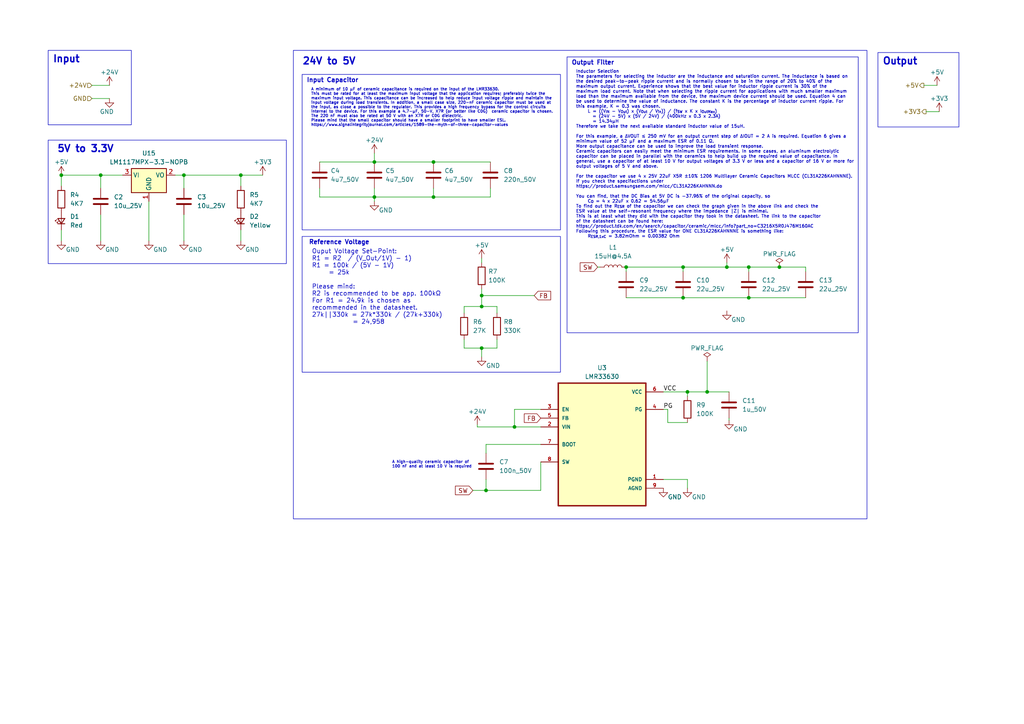
<source format=kicad_sch>
(kicad_sch (version 20231120) (generator "eeschema") (generator_version "8.0")
  (paper "A4")
  (lib_symbols
    (symbol "_C_0402:100n_50V" (pin_numbers hide) (pin_names (offset 0.254))
      (property "Reference" "C" (at 0.635 2.54 0))
      (property "Value" "100n_50V" (at 0.635 -2.54 0))
      (symbol "100n_50V_0_1"
        (polyline (pts (xy -2.032 -0.762) (xy 2.032 -0.762)) (stroke (width 0.508)))
        (polyline (pts (xy -2.032 0.762) (xy 2.032 0.762)) (stroke (width 0.508)))
      )
      (symbol "100n_50V_1_1"
        (pin passive line (at 0 3.81 270) (length 2.794) (name "~") (number "1"))
        (pin passive line (at 0 -3.81 90) (length 2.794) (name "~") (number "2"))
      )
    )
    (symbol "_C_0603:10u_25V" (pin_numbers hide) (pin_names (offset 0.254))
      (property "Reference" "C" (at 0.635 2.54 0))
      (property "Value" "10u_25V" (at 0.635 -2.54 0))
      (symbol "10u_25V_0_1"
        (polyline (pts (xy -2.032 -0.762) (xy 2.032 -0.762)) (stroke (width 0.508)))
        (polyline (pts (xy -2.032 0.762) (xy 2.032 0.762)) (stroke (width 0.508)))
      )
      (symbol "10u_25V_1_1"
        (pin passive line (at 0 3.81 270) (length 2.794) (name "~") (number "1"))
        (pin passive line (at 0 -3.81 90) (length 2.794) (name "~") (number "2"))
      )
    )
    (symbol "_C_0805:1u_50V" (pin_numbers hide) (pin_names (offset 0.254))
      (property "Reference" "C" (at 0.635 2.54 0))
      (property "Value" "1u_50V" (at 0.635 -2.54 0))
      (symbol "1u_50V_0_1"
        (polyline (pts (xy -2.032 -0.762) (xy 2.032 -0.762)) (stroke (width 0.508)))
        (polyline (pts (xy -2.032 0.762) (xy 2.032 0.762)) (stroke (width 0.508)))
      )
      (symbol "1u_50V_1_1"
        (pin passive line (at 0 3.81 270) (length 2.794) (name "~") (number "1"))
        (pin passive line (at 0 -3.81 90) (length 2.794) (name "~") (number "2"))
      )
    )
    (symbol "_C_0805:220n_50V" (pin_numbers hide) (pin_names (offset 0.254))
      (property "Reference" "C" (at 0.635 2.54 0))
      (property "Value" "220n_50V" (at 0.635 -2.54 0))
      (symbol "220n_50V_0_1"
        (polyline (pts (xy -2.032 -0.762) (xy 2.032 -0.762)) (stroke (width 0.508)))
        (polyline (pts (xy -2.032 0.762) (xy 2.032 0.762)) (stroke (width 0.508)))
      )
      (symbol "220n_50V_1_1"
        (pin passive line (at 0 3.81 270) (length 2.794) (name "~") (number "1"))
        (pin passive line (at 0 -3.81 90) (length 2.794) (name "~") (number "2"))
      )
    )
    (symbol "_C_1206:22u_25V" (pin_numbers hide) (pin_names (offset 0.254))
      (property "Reference" "C" (at 0.635 2.54 0))
      (property "Value" "22u_25V" (at 0.635 -2.54 0))
      (symbol "22u_25V_0_1"
        (polyline (pts (xy -2.032 -0.762) (xy 2.032 -0.762)) (stroke (width 0.508)))
        (polyline (pts (xy -2.032 0.762) (xy 2.032 0.762)) (stroke (width 0.508)))
      )
      (symbol "22u_25V_1_1"
        (pin passive line (at 0 3.81 270) (length 2.794) (name "~") (number "1"))
        (pin passive line (at 0 -3.81 90) (length 2.794) (name "~") (number "2"))
      )
    )
    (symbol "_C_1206:4u7_50V" (pin_numbers hide) (pin_names (offset 0.254))
      (property "Reference" "C" (at 0.635 2.54 0))
      (property "Value" "4u7_50V" (at 0.635 -2.54 0))
      (symbol "4u7_50V_0_1"
        (polyline (pts (xy -2.032 -0.762) (xy 2.032 -0.762)) (stroke (width 0.508)))
        (polyline (pts (xy -2.032 0.762) (xy 2.032 0.762)) (stroke (width 0.508)))
      )
      (symbol "4u7_50V_1_1"
        (pin passive line (at 0 3.81 270) (length 2.794) (name "~") (number "1"))
        (pin passive line (at 0 -3.81 90) (length 2.794) (name "~") (number "2"))
      )
    )
    (symbol "_LED:Red" (pin_numbers hide) (pin_names (offset 0.254) hide)
      (property "Reference" "D" (at -1.27 3.175 0))
      (property "Value" "Red" (at -4.445 -2.54 0))
      (symbol "Red_0_1"
        (polyline (pts (xy -0.762 -1.016) (xy -0.762 1.016)) (stroke (width 0.254)))
        (polyline (pts (xy 1.016 0) (xy -0.762 0)))
        (polyline (pts (xy 0.762 -1.016) (xy -0.762 0) (xy 0.762 1.016) (xy 0.762 -1.016)) (stroke (width 0.254)))
        (polyline (pts (xy 0 0.762) (xy -0.508 1.27) (xy -0.254 1.27) (xy -0.508 1.27) (xy -0.508 1.016)))
        (polyline (pts (xy 0.508 1.27) (xy 0 1.778) (xy 0.254 1.778) (xy 0 1.778) (xy 0 1.524)))
      )
      (symbol "Red_1_1"
        (pin passive line (at -2.54 0 0) (length 1.778) (name "K") (number "1"))
        (pin passive line (at 2.54 0 180) (length 1.778) (name "A") (number "2"))
      )
    )
    (symbol "_LED:Yellow" (pin_numbers hide) (pin_names (offset 0.254) hide)
      (property "Reference" "D" (at -1.27 3.175 0))
      (property "Value" "Yellow" (at -4.445 -2.54 0))
      (symbol "Yellow_0_1"
        (polyline (pts (xy -0.762 -1.016) (xy -0.762 1.016)) (stroke (width 0.254)))
        (polyline (pts (xy 1.016 0) (xy -0.762 0)))
        (polyline (pts (xy 0.762 -1.016) (xy -0.762 0) (xy 0.762 1.016) (xy 0.762 -1.016)) (stroke (width 0.254)))
        (polyline (pts (xy 0 0.762) (xy -0.508 1.27) (xy -0.254 1.27) (xy -0.508 1.27) (xy -0.508 1.016)))
        (polyline (pts (xy 0.508 1.27) (xy 0 1.778) (xy 0.254 1.778) (xy 0 1.778) (xy 0 1.524)))
      )
      (symbol "Yellow_1_1"
        (pin passive line (at -2.54 0 0) (length 1.778) (name "K") (number "1"))
        (pin passive line (at 2.54 0 180) (length 1.778) (name "A") (number "2"))
      )
    )
    (symbol "_L_Power:15uH@4.5A" (pin_numbers hide) (pin_names (offset 1.016) hide)
      (property "Reference" "L" (at -1.27 0 90))
      (property "Value" "15uH@4.5A" (at 1.905 0 90))
      (symbol "15uH@4.5A_0_1"
        (arc (start 0 -2.54) (mid 0.6323 -1.905) (end 0 -1.27))
        (arc (start 0 -1.27) (mid 0.6323 -0.635) (end 0 0))
        (arc (start 0 0) (mid 0.6323 0.635) (end 0 1.27))
        (arc (start 0 1.27) (mid 0.6323 1.905) (end 0 2.54))
      )
      (symbol "15uH@4.5A_1_1"
        (pin passive line (at 0 3.81 270) (length 1.27) (name "1") (number "1"))
        (pin passive line (at 0 -3.81 90) (length 1.27) (name "2") (number "2"))
      )
    )
    (symbol "_R_0402:100K" (pin_numbers hide) (pin_names (offset 0))
      (property "Reference" "R" (at 2.032 0 90))
      (property "Value" "100K" (at 0 0 90))
      (symbol "100K_0_1"
        (rectangle (start -1.016 -2.54) (end 1.016 2.54) (stroke (width 0.254)))
      )
      (symbol "100K_1_1"
        (pin passive line (at 0 3.81 270) (length 1.27) (name "~") (number "1"))
        (pin passive line (at 0 -3.81 90) (length 1.27) (name "~") (number "2"))
      )
    )
    (symbol "_R_0603:27K" (pin_numbers hide) (pin_names (offset 0))
      (property "Reference" "R" (at 2.032 0 90))
      (property "Value" "27K" (at 0 0 90))
      (symbol "27K_0_1"
        (rectangle (start -1.016 -2.54) (end 1.016 2.54) (stroke (width 0.254)))
      )
      (symbol "27K_1_1"
        (pin passive line (at 0 3.81 270) (length 1.27) (name "~") (number "1"))
        (pin passive line (at 0 -3.81 90) (length 1.27) (name "~") (number "2"))
      )
    )
    (symbol "_R_0603:330K" (pin_numbers hide) (pin_names (offset 0))
      (property "Reference" "R" (at 2.032 0 90))
      (property "Value" "330K" (at 0 0 90))
      (symbol "330K_0_1"
        (rectangle (start -1.016 -2.54) (end 1.016 2.54) (stroke (width 0.254)))
      )
      (symbol "330K_1_1"
        (pin passive line (at 0 3.81 270) (length 1.27) (name "~") (number "1"))
        (pin passive line (at 0 -3.81 90) (length 1.27) (name "~") (number "2"))
      )
    )
    (symbol "_R_0603:4K7" (pin_numbers hide) (pin_names (offset 0))
      (property "Reference" "R" (at 2.032 0 90))
      (property "Value" "4K7" (at 0 0 90))
      (symbol "4K7_0_1"
        (rectangle (start -1.016 -2.54) (end 1.016 2.54) (stroke (width 0.254)))
      )
      (symbol "4K7_1_1"
        (pin passive line (at 0 3.81 270) (length 1.27) (name "~") (number "1"))
        (pin passive line (at 0 -3.81 90) (length 1.27) (name "~") (number "2"))
      )
    )
    (symbol "_Regulator_Linear:LM1117MPX-3.3-NOPB"
      (property "Reference" "U" (at -3.81 3.175 0))
      (property "Value" "LM1117MPX-3.3-NOPB" (at 0 3.175 0))
      (symbol "LM1117MPX-3.3-NOPB_0_1"
        (rectangle (start -5.08 -5.08) (end 5.08 1.905) (stroke (width 0.254)) (fill (type background)))
      )
      (symbol "LM1117MPX-3.3-NOPB_1_1"
        (pin power_in line (at 0 -7.62 90) (length 2.54) (name "GND") (number "1"))
        (pin power_out line (at 7.62 0 180) (length 2.54) (name "VO") (number "2"))
        (pin power_in line (at -7.62 0 0) (length 2.54) (name "VI") (number "3"))
      )
    )
    (symbol "_Regulator_Switching:LMR33630" (pin_names (offset 1.016))
      (property "Reference" "U" (at -12.7 18.78 0))
      (property "Value" "LMR33630" (at -12.7 -21.78 0))
      (symbol "LMR33630_0_0"
        (rectangle (start -12.7 -17.78) (end 12.7 17.78) (stroke (width 0.41)) (fill (type background)))
        (pin power_in line (at 17.78 -10.16 180) (length 5.08) (name "PGND") (number "1"))
        (pin input line (at -17.78 5.08 0) (length 5.08) (name "VIN") (number "2"))
        (pin input line (at -17.78 10.16 0) (length 5.08) (name "EN") (number "3"))
        (pin output line (at 17.78 10.16 180) (length 5.08) (name "PG") (number "4"))
        (pin input line (at -17.78 7.62 0) (length 5.08) (name "FB") (number "5"))
        (pin power_in line (at 17.78 15.24 180) (length 5.08) (name "VCC") (number "6"))
        (pin bidirectional line (at -17.78 0 0) (length 5.08) (name "BOOT") (number "7"))
        (pin bidirectional line (at -17.78 -5.08 0) (length 5.08) (name "SW") (number "8"))
        (pin power_in line (at 17.78 -12.7 180) (length 5.08) (name "AGND") (number "9"))
      )
    )
    (symbol "power:+24V" (power) (pin_names (offset 0))
      (property "Value" "+24V" (at 0 3.556 0))
      (symbol "+24V_0_1"
        (polyline (pts (xy -0.762 1.27) (xy 0 2.54)))
        (polyline (pts (xy 0 0) (xy 0 2.54)))
        (polyline (pts (xy 0 2.54) (xy 0.762 1.27)))
      )
      (symbol "+24V_1_1"
        (pin power_in line (at 0 0 90) (length 0) hide (name "+24V") (number "1"))
      )
    )
    (symbol "power:+3V3" (power) (pin_names (offset 0))
      (property "Value" "+3V3" (at 0 3.556 0))
      (symbol "+3V3_0_1"
        (polyline (pts (xy -0.762 1.27) (xy 0 2.54)))
        (polyline (pts (xy 0 0) (xy 0 2.54)))
        (polyline (pts (xy 0 2.54) (xy 0.762 1.27)))
      )
      (symbol "+3V3_1_1"
        (pin power_in line (at 0 0 90) (length 0) hide (name "+3V3") (number "1"))
      )
    )
    (symbol "power:+5V" (power) (pin_names (offset 0))
      (property "Value" "+5V" (at 0 3.556 0))
      (symbol "+5V_0_1"
        (polyline (pts (xy -0.762 1.27) (xy 0 2.54)))
        (polyline (pts (xy 0 0) (xy 0 2.54)))
        (polyline (pts (xy 0 2.54) (xy 0.762 1.27)))
      )
      (symbol "+5V_1_1"
        (pin power_in line (at 0 0 90) (length 0) hide (name "+5V") (number "1"))
      )
    )
    (symbol "power:GND" (power) (pin_names (offset 0))
      (property "Value" "GND" (at 0 -3.81 0))
      (symbol "GND_0_1"
        (polyline (pts (xy 0 0) (xy 0 -1.27) (xy 1.27 -1.27) (xy 0 -2.54) (xy -1.27 -1.27) (xy 0 -1.27)))
      )
      (symbol "GND_1_1"
        (pin power_in line (at 0 0 270) (length 0) hide (name "GND") (number "1"))
      )
    )
    (symbol "power:PWR_FLAG" (power) (pin_numbers hide) (pin_names (offset 0) hide)
      (property "Value" "PWR_FLAG" (at 0 3.81 0))
      (symbol "PWR_FLAG_0_0"
        (pin power_out line (at 0 0 90) (length 0) (name "pwr") (number "1"))
      )
      (symbol "PWR_FLAG_0_1"
        (polyline (pts (xy 0 0) (xy 0 1.27) (xy -1.016 1.905) (xy 0 2.54) (xy 1.016 1.905) (xy 0 1.27)))
      )
    )
  )
  (junction (at 210.82 77.47))
  (junction (at 181.61 77.47))
  (junction (at 205.105 113.665))
  (junction (at 198.12 86.36))
  (junction (at 17.78 50.8))
  (junction (at 69.85 50.8))
  (junction (at 108.585 46.99))
  (junction (at 125.73 46.99))
  (junction (at 108.585 57.15))
  (junction (at 217.17 86.36))
  (junction (at 53.34 50.8))
  (junction (at 139.7 88.9))
  (junction (at 139.7 100.965))
  (junction (at 217.17 77.47))
  (junction (at 149.225 123.825))
  (junction (at 226.06 77.47))
  (junction (at 199.39 113.665))
  (junction (at 139.7 85.725))
  (junction (at 125.73 57.15))
  (junction (at 140.97 142.24))
  (junction (at 198.12 77.47))
  (junction (at 29.21 50.8))
  (wire (pts (xy 193.675 118.745) (xy 192.405 118.745)))
  (wire (pts (xy 92.71 54.61) (xy 92.71 57.15)))
  (wire (pts (xy 210.82 77.47) (xy 217.17 77.47)))
  (wire (pts (xy 199.39 139.065) (xy 199.39 141.605)))
  (wire (pts (xy 268.605 32.385) (xy 272.415 32.385)))
  (wire (pts (xy 139.7 83.82) (xy 139.7 85.725)))
  (wire (pts (xy 29.21 50.8) (xy 29.21 54.61)))
  (wire (pts (xy 233.68 77.47) (xy 226.06 77.47)))
  (wire (pts (xy 43.18 58.42) (xy 43.18 69.85)))
  (wire (pts (xy 233.68 86.36) (xy 217.17 86.36)))
  (wire (pts (xy 144.145 100.965) (xy 144.145 98.425)))
  (wire (pts (xy 173.355 77.47) (xy 173.99 77.47)))
  (wire (pts (xy 125.73 46.99) (xy 142.24 46.99)))
  (wire (pts (xy 267.97 24.765) (xy 271.78 24.765)))
  (wire (pts (xy 198.12 77.47) (xy 210.82 77.47)))
  (wire (pts (xy 50.8 50.8) (xy 53.34 50.8)))
  (wire (pts (xy 29.21 50.8) (xy 35.56 50.8)))
  (wire (pts (xy 181.61 77.47) (xy 181.61 78.74)))
  (wire (pts (xy 199.39 114.935) (xy 199.39 113.665)))
  (wire (pts (xy 140.97 139.065) (xy 140.97 142.24)))
  (wire (pts (xy 69.85 69.85) (xy 69.85 66.675)))
  (wire (pts (xy 181.61 77.47) (xy 198.12 77.47)))
  (wire (pts (xy 144.145 90.805) (xy 144.145 88.9)))
  (wire (pts (xy 92.71 57.15) (xy 108.585 57.15)))
  (wire (pts (xy 198.12 77.47) (xy 198.12 78.74)))
  (wire (pts (xy 53.34 50.8) (xy 53.34 54.61)))
  (wire (pts (xy 140.97 128.905) (xy 156.845 128.905)))
  (wire (pts (xy 69.85 50.8) (xy 69.85 53.975)))
  (wire (pts (xy 198.12 86.36) (xy 181.61 86.36)))
  (wire (pts (xy 217.17 77.47) (xy 217.17 78.74)))
  (wire (pts (xy 193.675 122.555) (xy 193.675 118.745)))
  (wire (pts (xy 134.62 88.9) (xy 139.7 88.9)))
  (wire (pts (xy 26.67 28.575) (xy 31.75 28.575)))
  (wire (pts (xy 140.97 128.905) (xy 140.97 131.445)))
  (wire (pts (xy 142.24 54.61) (xy 142.24 57.15)))
  (wire (pts (xy 134.62 90.805) (xy 134.62 88.9)))
  (wire (pts (xy 144.145 88.9) (xy 139.7 88.9)))
  (wire (pts (xy 53.34 50.8) (xy 69.85 50.8)))
  (wire (pts (xy 199.39 122.555) (xy 193.675 122.555)))
  (wire (pts (xy 217.17 77.47) (xy 226.06 77.47)))
  (wire (pts (xy 217.17 86.36) (xy 198.12 86.36)))
  (wire (pts (xy 211.455 121.285) (xy 211.455 121.92)))
  (wire (pts (xy 125.73 54.61) (xy 125.73 57.15)))
  (wire (pts (xy 139.7 100.965) (xy 139.7 103.505)))
  (wire (pts (xy 134.62 100.965) (xy 139.7 100.965)))
  (wire (pts (xy 29.21 62.23) (xy 29.21 69.85)))
  (wire (pts (xy 140.97 142.24) (xy 156.845 142.24)))
  (wire (pts (xy 149.225 118.745) (xy 156.845 118.745)))
  (wire (pts (xy 139.7 100.965) (xy 144.145 100.965)))
  (wire (pts (xy 233.68 77.47) (xy 233.68 78.74)))
  (wire (pts (xy 108.585 44.45) (xy 108.585 46.99)))
  (wire (pts (xy 125.73 57.15) (xy 142.24 57.15)))
  (wire (pts (xy 149.225 123.825) (xy 156.845 123.825)))
  (wire (pts (xy 69.85 50.8) (xy 76.2 50.8)))
  (wire (pts (xy 53.34 62.23) (xy 53.34 69.85)))
  (wire (pts (xy 139.7 85.725) (xy 154.94 85.725)))
  (wire (pts (xy 149.225 118.745) (xy 149.225 123.825)))
  (wire (pts (xy 108.585 54.61) (xy 108.585 57.15)))
  (wire (pts (xy 108.585 46.99) (xy 125.73 46.99)))
  (wire (pts (xy 17.78 50.8) (xy 17.78 53.975)))
  (wire (pts (xy 139.7 76.2) (xy 139.7 74.93)))
  (wire (pts (xy 92.71 46.99) (xy 108.585 46.99)))
  (wire (pts (xy 199.39 113.665) (xy 192.405 113.665)))
  (wire (pts (xy 134.62 98.425) (xy 134.62 100.965)))
  (wire (pts (xy 138.43 123.825) (xy 149.225 123.825)))
  (wire (pts (xy 108.585 57.15) (xy 108.585 58.42)))
  (wire (pts (xy 26.67 24.765) (xy 31.75 24.765)))
  (wire (pts (xy 205.105 113.665) (xy 211.455 113.665)))
  (wire (pts (xy 17.78 69.85) (xy 17.78 66.675)))
  (wire (pts (xy 205.105 104.775) (xy 205.105 113.665)))
  (wire (pts (xy 108.585 57.15) (xy 125.73 57.15)))
  (wire (pts (xy 137.16 142.24) (xy 140.97 142.24)))
  (wire (pts (xy 138.43 123.19) (xy 138.43 123.825)))
  (wire (pts (xy 192.405 139.065) (xy 199.39 139.065)))
  (wire (pts (xy 17.78 50.8) (xy 29.21 50.8)))
  (wire (pts (xy 210.82 76.2) (xy 210.82 77.47)))
  (wire (pts (xy 199.39 113.665) (xy 205.105 113.665)))
  (wire (pts (xy 139.7 88.9) (xy 139.7 85.725)))
  (wire (pts (xy 156.845 142.24) (xy 156.845 133.985)))
  (rectangle (start 13.97 14.605) (end 38.1 36.195))
  (rectangle (start 13.97 40.64) (end 83.058 76.454))
  (rectangle (start 85.09 14.605) (end 251.46 150.495))
  (rectangle (start 164.465 16.51) (end 248.92 96.52))
  (rectangle (start 254.635 15.24) (end 278.13 36.83))
  (rectangle (start 87.63 68.58) (end 162.56 107.95))
  (rectangle (start 87.63 21.59) (end 162.56 66.675))
  (text "A high-quality ceramic capacitor of\n100 nF and at least 10 V is required" (at 113.665 135.89 0) (effects (font (size 0.8 0.8)) (justify left bottom)))
  (text "Inductor Selection\nThe parameters for selecting the inductor are the inductance and saturation current. The inductance is based on\nthe desired peak-to-peak ripple current and is normally chosen to be in the range of 20% to 40% of the\nmaximum output current. Experience shows that the best value for inductor ripple current is 30% of the\nmaximum load current. Note that when selecting the ripple current for applications with much smaller maximum\nload than the maximum available from the device, the maximum device current should be used. Equation 4 can\nbe used to determine the value of inductance. The constant K is the percentage of inductor current ripple. For\nthis example, K = 0.3 was chosen.\n	L = ((V_{IN} - V_{Out}) x (V_{Out} / V_{in})) / (f_{SW} x K x I_{OutMax})\n	  = (24V - 5V) x (5V / 24V) / (400kHz x 0.3 x 2.3A)\n       = 14.34μH\nTherefore we take the next available standard inductor value of 15uH.\n\nFor this example, a ΔVOUT ≤ 250 mV for an output current step of ΔIOUT = 2 A is required. Equation 6 gives a\nminimum value of 52 μF and a maximum ESR of 0.11 Ω.\nMore output capacitance can be used to improve the load transient response.\nCeramic capacitors can easily meet the minimum ESR requirements. In some cases, an aluminum electrolytic\ncapacitor can be placed in parallel with the ceramics to help build up the required value of capacitance. In\ngeneral, use a capacitor of at least 10 V for output voltages of 3.3 V or less and a capacitor of 16 V or more for\noutput voltages of 5 V and above.\n\nFor the capacitor we use 4 x 25V 22uF X5R ±10% 1206 Multilayer Ceramic Capacitors MLCC (CL31A226KAHNNNE).\nIf you check the specifactions under\nhttps://product.samsungsem.com/mlcc/CL31A226KAHNNN.do\n\nYou can find, that the DC Bias at 5V DC is -37.96% of the original capacity, so\n	C_{O} = 4 x 22uF x 0.62 = 54.56μF\nTo find out the R_{ESR} of the capacitor we can check the graph given in the above link and check the\nESR value at the self-resonant frequency where the impedance |Z| is minimal.\nThis is at least what they did with the capacitor they took in the datasheet. The link to the capacitor\nof the datasheet can be found here:\nhttps://product.tdk.com/en/search/capacitor/ceramic/mlcc/info?part_no=C3216X5R0J476M160AC\nFollowing this procedure, the ESR value for ONE CL31A226KAHNNNE is something like:\n	R_{ESR,1xC} = 3.82mOhm = 0.00382 Ohm" (at 167.005 69.215 0) (effects (font (size 0.9 0.9)) (justify left bottom)))
  (text "Reference Voltage" (at 89.535 71.12 0) (effects (font (size 1.27 1.27) (thickness 0.254) (bold yes)) (justify left bottom)))
  (text "A minimum of 10 μF of ceramic capacitance is required on the input of the LMR33630.\nThis must be rated for at least the maximum input voltage that the application requires; preferably twice the\nmaximum input voltage. This capacitance can be increased to help reduce input voltage ripple and maintain the\ninput voltage during load transients. In addition, a small case size, 220-nF ceramic capacitor must be used at\nthe input, as close a possible to the regulator. This provides a high frequency bypass for the control circuits\ninternal to the device. For this example a 4.7-μF, 50-V, X7R (or better like C0G)  ceramic capacitor is chosen.\nThe 220 nF must also be rated at 50 V with an X7R or C0G dielectric.\nPlease mind that the small capacitor should have a smaller footprint to have smaller ESL.\nhttps://www.signalintegrityjournal.com/articles/1589-the-myth-of-three-capacitor-values" (at 90.17 36.83 0) (effects (font (size 0.8 0.8)) (justify left bottom)))
  (text "Input Capacitor" (at 88.9 24.13 0) (effects (font (size 1.27 1.27) (thickness 0.254) (bold yes)) (justify left bottom)))
  (text "Ouput Voltage Set-Point:\nR1 = R2  / (V_Out/1V) - 1)\nR1 = 100k / (5V - 1V)\n     = 25k\n\nPlease mind:\nR2 is recommended to be app. 100kΩ\nFor R1 = 24.9k is chosen as\nrecommended in the datasheet.\n27k||330k = 27k*330k / (27k+330k)\n		  = 24,958" (at 90.424 94.234 0) (effects (font (size 1.27 1.27)) (justify left bottom)))
  (text "5V to 3.3V" (at 16.51 44.45 0) (effects (font (size 2 2) (thickness 0.4) (bold yes)) (justify left bottom)))
  (text "Input" (at 15.24 18.415 0) (effects (font (size 2 2) (thickness 0.4) (bold yes)) (justify left bottom)))
  (text "Output Filter" (at 165.735 19.05 0) (effects (font (size 1.27 1.27) (thickness 0.254) (bold yes)) (justify left bottom)))
  (text "Output" (at 255.905 19.05 0) (effects (font (size 2 2) (thickness 0.4) (bold yes)) (justify left bottom)))
  (text "24V to 5V" (at 87.63 19.05 0) (effects (font (size 2 2) (thickness 0.4) (bold yes)) (justify left bottom)))
  (label "PG" (at 192.405 118.745 0))
  (label "VCC" (at 192.405 113.665 0))
  (global_label "SW" (shape input) (at 173.355 77.47 180) (property "Intersheetrefs" "${INTERSHEET_REFS}" (effects (hide yes))))
  (global_label "FB" (shape input) (at 156.845 121.285 180) (property "Intersheetrefs" "${INTERSHEET_REFS}" (effects (hide yes))))
  (global_label "FB" (shape input) (at 154.94 85.725 0) (property "Intersheetrefs" "${INTERSHEET_REFS}" (effects (hide yes))))
  (global_label "SW" (shape input) (at 137.16 142.24 180) (property "Intersheetrefs" "${INTERSHEET_REFS}" (effects (hide yes))))
  (hierarchical_label "+5V" (shape output) (at 267.97 24.765 180))
  (hierarchical_label "+24V" (shape input) (at 26.67 24.765 180))
  (hierarchical_label "+3V3" (shape output) (at 268.605 32.385 180))
  (hierarchical_label "GND" (shape input) (at 26.67 28.575 180))
  (symbol (lib_id "_R_0603:27K") (at 134.62 94.615 0) (unit 1)
    (property "Reference" "R6" (at 137.16 93.345 0) (effects (justify left)))
    (property "Value" "27K" (at 137.16 95.885 0) (effects (justify left)))
    (property "Footprint" "Resistor_SMD:R_0603_1608Metric" (effects (hide yes)))
    (property "Description" "Resistor 27K 1% 100mW 75V 0603" (effects (hide yes)))
    (property "MF" "UNI-ROYAL" (effects (hide yes)))
    (property "MPN" "0603WAF2702T5E" (effects (hide yes)))
    (property "OC_LCSC" "C22967" (effects (hide yes)))
    (property "path_to_docs" "Passive_Components/Resistors/UNI-ROYAL" (effects (hide yes)))
  )
  (symbol (lib_id "_C_1206:4u7_50V") (at 125.73 50.8 0) (unit 1)
    (property "Reference" "C6" (at 128.905 49.53 0) (effects (justify left)))
    (property "Value" "4u7_50V" (at 128.905 52.07 0) (effects (justify left)))
    (property "Footprint" "Capacitor_SMD:C_1206_3216Metric" (effects (hide yes)))
    (property "Description" "Capacitor 4.7uF 50V X7R 10% 1206" (effects (hide yes)))
    (property "MF" "FH" (effects (hide yes)))
    (property "MPN" "1206B475K500NT" (effects (hide yes)))
    (property "OC_LCSC" "C29823" (effects (hide yes)))
  )
  (symbol (lib_id "power:GND") (at 53.34 69.85 0) (unit 1)
    (property "Reference" "#PWR049" (effects (hide yes)))
    (property "Value" "GND" (at 54.61 72.39 0) (effects (justify left)))
    (property "Description" "Power symbol creates a global label with name \"GND\" , ground" (effects (hide yes)))
  )
  (symbol (lib_id "power:+3V3") (at 76.2 50.8 0) (unit 1)
    (property "Reference" "#PWR051" (effects (hide yes)))
    (property "Value" "+3V3" (at 76.2 46.99 0))
    (property "Description" "Power symbol creates a global label with name \"+3V3\"" (effects (hide yes)))
  )
  (symbol (lib_id "_Regulator_Switching:LMR33630") (at 174.625 128.905 0) (unit 1)
    (property "Reference" "U3" (at 174.625 106.68 0))
    (property "Value" "LMR33630" (at 174.625 109.22 0))
    (property "Footprint" "Package_SO:Texas_R-PDSO-G8_EP2.95x4.9mm_Mask2.4x3.1mm_ThermalVias" (effects (hide yes)))
    (property "Datasheet" "https://www.ti.com/lit/ds/symlink/lmr33630.pdf" (effects (hide yes)))
    (property "Description" "3.8-V to 36-V, 3-A Synchronous Step-down Voltage Converter" (effects (hide yes)))
    (property "MF" "TI" (effects (hide yes)))
    (property "MPN" "LMR33630ADDAR" (effects (hide yes)))
    (property "OC_LCSC" "C841384" (effects (hide yes)))
    (property "OC_MOUSER" "595-LMR33630ADDAR" (effects (hide yes)))
    (property "path_to_docs" "Semiconductors/Power_Management/Switching_Voltage_Regulators" (effects (hide yes)))
  )
  (symbol (lib_id "power:GND") (at 210.82 90.17 0) (unit 1)
    (property "Reference" "#PWR060" (effects (hide yes)))
    (property "Value" "GND" (at 212.09 92.71 0) (effects (justify left)))
    (property "Description" "Power symbol creates a global label with name \"GND\" , ground" (effects (hide yes)))
  )
  (symbol (lib_id "power:GND") (at 69.85 69.85 0) (unit 1)
    (property "Reference" "#PWR050" (effects (hide yes)))
    (property "Value" "GND" (at 71.12 72.39 0) (effects (justify left)))
    (property "Description" "Power symbol creates a global label with name \"GND\" , ground" (effects (hide yes)))
  )
  (symbol (lib_id "_C_1206:22u_25V") (at 217.17 82.55 0) (unit 1)
    (property "Reference" "C12" (at 220.98 81.2799 0) (effects (justify left)))
    (property "Value" "22u_25V" (at 220.98 83.8199 0) (effects (justify left)))
    (property "Footprint" "Capacitor_SMD:C_1206_3216Metric" (effects (hide yes)))
    (property "Datasheet" "https://product.samsungsem.com/mlcc/CL31A226KAHNNN.do" (effects (hide yes)))
    (property "Description" "Capacitor 22uF 25V X7R 10% 1206" (effects (hide yes)))
    (property "MF" "Samsung Electro-Mechanics" (effects (hide yes)))
    (property "MPN" "CL31A226KAHNNNE" (effects (hide yes)))
    (property "OC_LCSC" "C12891" (effects (hide yes)))
    (property "path_to_docs" "Passive_Components/Capacitors/MLCC/Samsung_Electro-Mechanics" (effects (hide yes)))
  )
  (symbol (lib_id "power:+5V") (at 271.78 24.765 0) (unit 1)
    (property "Reference" "#PWR062" (effects (hide yes)))
    (property "Value" "+5V" (at 271.78 20.955 0))
    (property "Description" "Power symbol creates a global label with name \"+5V\"" (effects (hide yes)))
  )
  (symbol (lib_id "power:PWR_FLAG") (at 226.06 77.47 0) (unit 1)
    (property "Reference" "#FLG03" (effects (hide yes)))
    (property "Value" "PWR_FLAG" (at 226.06 73.66 0))
    (property "Description" "Special symbol for telling ERC where power comes from" (effects (hide yes)))
  )
  (symbol (lib_id "_LED:Red") (at 17.78 64.135 90) (unit 1)
    (property "Reference" "D1" (at 20.32 62.8015 90) (effects (justify right)))
    (property "Value" "Red" (at 20.32 65.3415 90) (effects (justify right)))
    (property "Footprint" "LED_SMD:LED_0603_1608Metric" (effects (hide yes)))
    (property "Datasheet" "https://datasheet.lcsc.com/lcsc/1810231112_Hubei-KENTO-Elec-KT-0603R_C2286.pdf" (effects (hide yes)))
    (property "Description" "LED Red 0603" (effects (hide yes)))
    (property "MF" "Hubei KENTO Elec" (effects (hide yes)))
    (property "MPN" "KT-0603R" (effects (hide yes)))
    (property "OC_LCSC" "C2286" (effects (hide yes)))
    (property "path_to_docs" "Optoelectronics/LED_Emitter/SMD/0603/Red/Hubei_Kento_Electronic" (effects (hide yes)))
  )
  (symbol (lib_id "power:GND") (at 108.585 58.42 0) (unit 1)
    (property "Reference" "#PWR053" (effects (hide yes)))
    (property "Value" "GND" (at 109.855 60.96 0) (effects (justify left)))
    (property "Description" "Power symbol creates a global label with name \"GND\" , ground" (effects (hide yes)))
  )
  (symbol (lib_id "_R_0603:330K") (at 144.145 94.615 0) (unit 1)
    (property "Reference" "R8" (at 146.05 93.345 0) (effects (justify left)))
    (property "Value" "330K" (at 146.05 95.885 0) (effects (justify left)))
    (property "Footprint" "Resistor_SMD:R_0603_1608Metric" (effects (hide yes)))
    (property "Description" "Resistor 330K 1% 100mW 75V 0603" (effects (hide yes)))
    (property "MF" "UNI-ROYAL" (effects (hide yes)))
    (property "MPN" "0603WAF3303T5E" (effects (hide yes)))
    (property "OC_LCSC" "C23137" (effects (hide yes)))
    (property "path_to_docs" "Passive_Components/Resistors/UNI-ROYAL" (effects (hide yes)))
  )
  (symbol (lib_id "_C_1206:22u_25V") (at 198.12 82.55 0) (unit 1)
    (property "Reference" "C10" (at 201.93 81.2799 0) (effects (justify left)))
    (property "Value" "22u_25V" (at 201.93 83.8199 0) (effects (justify left)))
    (property "Footprint" "Capacitor_SMD:C_1206_3216Metric" (effects (hide yes)))
    (property "Datasheet" "https://product.samsungsem.com/mlcc/CL31A226KAHNNN.do" (effects (hide yes)))
    (property "Description" "Capacitor 22uF 25V X7R 10% 1206" (effects (hide yes)))
    (property "MF" "Samsung Electro-Mechanics" (effects (hide yes)))
    (property "MPN" "CL31A226KAHNNNE" (effects (hide yes)))
    (property "OC_LCSC" "C12891" (effects (hide yes)))
    (property "path_to_docs" "Passive_Components/Capacitors/MLCC/Samsung_Electro-Mechanics" (effects (hide yes)))
  )
  (symbol (lib_id "power:GND") (at 199.39 141.605 0) (unit 1)
    (property "Reference" "#PWR058" (effects (hide yes)))
    (property "Value" "GND" (at 200.66 144.145 0) (effects (justify left)))
    (property "Description" "Power symbol creates a global label with name \"GND\" , ground" (effects (hide yes)))
  )
  (symbol (lib_id "_LED:Yellow") (at 69.85 64.135 90) (unit 1)
    (property "Reference" "D2" (at 72.39 62.8015 90) (effects (justify right)))
    (property "Value" "Yellow" (at 72.39 65.3415 90) (effects (justify right)))
    (property "Footprint" "LED_SMD:LED_0805_2012Metric" (effects (hide yes)))
    (property "Datasheet" "https://datasheet.lcsc.com/lcsc/1806151129_Hubei-KENTO-Elec-KT-0805Y_C2296.pdf" (effects (hide yes)))
    (property "Description" "LED Red 0805" (effects (hide yes)))
    (property "MF" "Hubei KENTO Elec" (effects (hide yes)))
    (property "MPN" "KT-0805Y" (effects (hide yes)))
    (property "OC_LCSC" "C2296" (effects (hide yes)))
    (property "path_to_docs" "Optoelectronics/LED_Emitter/SMD/0805/Yellow/Hubei_Kento_Electronic" (effects (hide yes)))
  )
  (symbol (lib_id "power:GND") (at 43.18 69.85 0) (unit 1)
    (property "Reference" "#PWR048" (effects (hide yes)))
    (property "Value" "GND" (at 44.45 72.39 0) (effects (justify left)))
    (property "Description" "Power symbol creates a global label with name \"GND\" , ground" (effects (hide yes)))
  )
  (symbol (lib_id "power:GND") (at 139.7 103.505 0) (unit 1)
    (property "Reference" "#PWR056" (effects (hide yes)))
    (property "Value" "GND" (at 140.97 106.045 0) (effects (justify left)))
    (property "Description" "Power symbol creates a global label with name \"GND\" , ground" (effects (hide yes)))
  )
  (symbol (lib_id "_R_0603:4K7") (at 69.85 57.785 0) (unit 1)
    (property "Reference" "R5" (at 72.39 56.515 0) (effects (justify left)))
    (property "Value" "4K7" (at 72.39 59.055 0) (effects (justify left)))
    (property "Footprint" "Resistor_SMD:R_0603_1608Metric" (effects (hide yes)))
    (property "Datasheet" "https://datasheet.lcsc.com/lcsc/2206010100_UNI-ROYAL-Uniroyal-Elec-0603WAF4701T5E_C23162.pdf" (effects (hide yes)))
    (property "Description" "Resistor 4K7 1% 100mW 75V 0603" (effects (hide yes)))
    (property "MF" "UNI-ROYAL" (effects (hide yes)))
    (property "MPN" "0603WAF4701T5E" (effects (hide yes)))
    (property "OC_LCSC" "C23162" (effects (hide yes)))
    (property "path_to_docs" "Passive_Components/Resistors/UNI-ROYAL" (effects (hide yes)))
  )
  (symbol (lib_id "power:+5V") (at 210.82 76.2 0) (unit 1)
    (property "Reference" "#PWR059" (effects (hide yes)))
    (property "Value" "+5V" (at 210.82 72.39 0))
    (property "Description" "Power symbol creates a global label with name \"+5V\"" (effects (hide yes)))
  )
  (symbol (lib_id "_C_1206:4u7_50V") (at 92.71 50.8 0) (unit 1)
    (property "Reference" "C4" (at 95.885 49.53 0) (effects (justify left)))
    (property "Value" "4u7_50V" (at 95.885 52.07 0) (effects (justify left)))
    (property "Footprint" "Capacitor_SMD:C_1206_3216Metric" (effects (hide yes)))
    (property "Description" "Capacitor 4.7uF 50V X7R 10% 1206" (effects (hide yes)))
    (property "MF" "FH" (effects (hide yes)))
    (property "MPN" "1206B475K500NT" (effects (hide yes)))
    (property "OC_LCSC" "C29823" (effects (hide yes)))
  )
  (symbol (lib_id "_C_0805:220n_50V") (at 142.24 50.8 0) (unit 1)
    (property "Reference" "C8" (at 146.05 49.5299 0) (effects (justify left)))
    (property "Value" "220n_50V" (at 146.05 52.0699 0) (effects (justify left)))
    (property "Footprint" "Capacitor_SMD:C_0805_2012Metric" (effects (hide yes)))
    (property "Datasheet" "https://product.samsungsem.com/mlcc/CL21B224KBFNNN.do" (effects (hide yes)))
    (property "Description" "Capacitor 220nF 50V X7R 10% 0805" (effects (hide yes)))
    (property "MF" "Samsung Electro-Mechanics" (effects (hide yes)))
    (property "MPN" "CL21B224KBFNNNE" (effects (hide yes)))
    (property "OC_LCSC" "C5378" (effects (hide yes)))
    (property "path_to_docs" "Passive_Components/Capacitors/MLCC/Samsung_Electro-Mechanics" (effects (hide yes)))
  )
  (symbol (lib_id "power:+3V3") (at 272.415 32.385 0) (unit 1)
    (property "Reference" "#PWR063" (effects (hide yes)))
    (property "Value" "+3V3" (at 272.415 28.575 0))
    (property "Description" "Power symbol creates a global label with name \"+3V3\"" (effects (hide yes)))
  )
  (symbol (lib_id "_C_0603:10u_25V") (at 29.21 58.42 0) (unit 1)
    (property "Reference" "C2" (at 33.02 57.1499 0) (effects (justify left)))
    (property "Value" "10u_25V" (at 33.02 59.6899 0) (effects (justify left)))
    (property "Footprint" "Capacitor_SMD:C_0603_1608Metric" (effects (hide yes)))
    (property "Datasheet" "https://product.samsungsem.com/mlcc/CL10A106MA8NRN.do" (effects (hide yes)))
    (property "Description" "Capacitor 10uF 25V X5R 20% 0603" (effects (hide yes)))
    (property "MF" "Samsung Electro-Mechanics" (effects (hide yes)))
    (property "MPN" "CL10A106MA8NRNC" (effects (hide yes)))
    (property "OC_LCSC" "C96446" (effects (hide yes)))
    (property "path_to_docs" "Passive_Components/Capacitors/MLCC/Samsung_Electro-Mechanics" (effects (hide yes)))
  )
  (symbol (lib_id "power:GND") (at 211.455 121.92 0) (unit 1)
    (property "Reference" "#PWR061" (effects (hide yes)))
    (property "Value" "GND" (at 212.725 124.46 0) (effects (justify left)))
    (property "Description" "Power symbol creates a global label with name \"GND\" , ground" (effects (hide yes)))
  )
  (symbol (lib_id "_C_1206:22u_25V") (at 181.61 82.55 0) (unit 1)
    (property "Reference" "C9" (at 185.42 81.2799 0) (effects (justify left)))
    (property "Value" "22u_25V" (at 185.42 83.8199 0) (effects (justify left)))
    (property "Footprint" "Capacitor_SMD:C_1206_3216Metric" (effects (hide yes)))
    (property "Datasheet" "https://product.samsungsem.com/mlcc/CL31A226KAHNNN.do" (effects (hide yes)))
    (property "Description" "Capacitor 22uF 25V X7R 10% 1206" (effects (hide yes)))
    (property "MF" "Samsung Electro-Mechanics" (effects (hide yes)))
    (property "MPN" "CL31A226KAHNNNE" (effects (hide yes)))
    (property "OC_LCSC" "C12891" (effects (hide yes)))
    (property "path_to_docs" "Passive_Components/Capacitors/MLCC/Samsung_Electro-Mechanics" (effects (hide yes)))
  )
  (symbol (lib_id "power:+24V") (at 108.585 44.45 0) (unit 1)
    (property "Reference" "#PWR052" (effects (hide yes)))
    (property "Value" "+24V" (at 108.585 40.64 0))
    (property "Description" "Power symbol creates a global label with name \"+24V\"" (effects (hide yes)))
  )
  (symbol (lib_id "power:+5V") (at 17.78 50.8 0) (unit 1)
    (property "Reference" "#PWR043" (effects (hide yes)))
    (property "Value" "+5V" (at 17.78 46.99 0))
    (property "Description" "Power symbol creates a global label with name \"+5V\"" (effects (hide yes)))
  )
  (symbol (lib_id "_Regulator_Linear:LM1117MPX-3.3-NOPB") (at 43.18 50.8 0) (unit 1)
    (property "Reference" "U15" (at 43.18 44.45 0))
    (property "Value" "LM1117MPX-3.3-NOPB" (at 43.18 46.99 0))
    (property "Footprint" "Package_TO_SOT_SMD:SOT-223-3_TabPin2" (effects (hide yes)))
    (property "Datasheet" "https://www.ti.com/lit/ds/symlink/lm1117.pdf" (effects (hide yes)))
    (property "Description" "800mA Fixed 3.3V Positive SOT-223 Linear Voltage Regulators (LDO)" (effects (hide yes)))
    (property "MF" "TI" (effects (hide yes)))
    (property "MPN" "LM1117MPX-3.3/NOPB" (effects (hide yes)))
    (property "OC_LCSC" "C9662" (effects (hide yes)))
    (property "OC_MOUSER" "926-LM1117MPX3.3NOPB " (effects (hide yes)))
    (property "path_to_docs" "Semiconductors/Power_Management/Linear_Voltage_Regulators/LM1117" (effects (hide yes)))
  )
  (symbol (lib_id "power:GND") (at 29.21 69.85 0) (unit 1)
    (property "Reference" "#PWR045" (effects (hide yes)))
    (property "Value" "GND" (at 30.48 72.39 0) (effects (justify left)))
    (property "Description" "Power symbol creates a global label with name \"GND\" , ground" (effects (hide yes)))
  )
  (symbol (lib_id "power:GND") (at 31.75 28.575 0) (mirror y) (unit 1)
    (property "Reference" "#PWR047" (effects (hide yes)))
    (property "Value" "GND" (at 33.02 32.385 0) (effects (justify left)))
    (property "Description" "Power symbol creates a global label with name \"GND\" , ground" (effects (hide yes)))
  )
  (symbol (lib_id "power:PWR_FLAG") (at 205.105 104.775 0) (unit 1)
    (property "Reference" "#FLG02" (effects (hide yes)))
    (property "Value" "PWR_FLAG" (at 205.105 100.965 0))
    (property "Description" "Special symbol for telling ERC where power comes from" (effects (hide yes)))
  )
  (symbol (lib_id "power:GND") (at 192.405 141.605 0) (unit 1)
    (property "Reference" "#PWR057" (effects (hide yes)))
    (property "Value" "GND" (at 193.675 144.145 0) (effects (justify left)))
    (property "Description" "Power symbol creates a global label with name \"GND\" , ground" (effects (hide yes)))
  )
  (symbol (lib_id "_C_0402:100n_50V") (at 140.97 135.255 0) (unit 1)
    (property "Reference" "C7" (at 144.78 133.985 0) (effects (justify left)))
    (property "Value" "100n_50V" (at 144.78 136.525 0) (effects (justify left)))
    (property "Footprint" "Capacitor_SMD:C_0402_1005Metric" (effects (hide yes)))
    (property "Datasheet" "https://product.samsungsem.com/mlcc/CL05B104KB54PN.do" (effects (hide yes)))
    (property "Description" "Capacitor 100nF 50V X7R 10% 0402" (effects (hide yes)))
    (property "MF" "Samsung Electro-Mechanics" (effects (hide yes)))
    (property "MPN" "CL05B104KB54PNC" (effects (hide yes)))
    (property "OC_LCSC" "C307331" (effects (hide yes)))
    (property "path_to_docs" "Passive_Components/Capacitors/MLCC/Samsung_Electro-Mechanics" (effects (hide yes)))
  )
  (symbol (lib_id "_R_0402:100K") (at 139.7 80.01 0) (unit 1)
    (property "Reference" "R7" (at 141.605 78.74 0) (effects (justify left)))
    (property "Value" "100K" (at 141.605 81.28 0) (effects (justify left)))
    (property "Footprint" "Resistor_SMD:R_0402_1005Metric" (effects (hide yes)))
    (property "Description" "Resistor 100K 1% 62.5mW 50V 0402" (effects (hide yes)))
    (property "MF" "UNI-ROYAL" (effects (hide yes)))
    (property "MPN" "0402WGF1003TCE" (effects (hide yes)))
    (property "OC_LCSC" "C25741" (effects (hide yes)))
    (property "path_to_docs" "Passive_Components/Resistors/UNI-ROYAL" (effects (hide yes)))
  )
  (symbol (lib_id "power:+5V") (at 139.7 74.93 0) (unit 1)
    (property "Reference" "#PWR055" (effects (hide yes)))
    (property "Value" "+5V" (at 139.7 71.12 0))
    (property "Description" "Power symbol creates a global label with name \"+5V\"" (effects (hide yes)))
  )
  (symbol (lib_id "_R_0402:100K") (at 199.39 118.745 0) (unit 1)
    (property "Reference" "R9" (at 201.93 117.475 0) (effects (justify left)))
    (property "Value" "100K" (at 201.93 120.015 0) (effects (justify left)))
    (property "Footprint" "Resistor_SMD:R_0402_1005Metric" (effects (hide yes)))
    (property "Description" "Resistor 100K 1% 62.5mW 50V 0402" (effects (hide yes)))
    (property "MF" "UNI-ROYAL" (effects (hide yes)))
    (property "MPN" "0402WGF1003TCE" (effects (hide yes)))
    (property "OC_LCSC" "C25741" (effects (hide yes)))
    (property "path_to_docs" "Passive_Components/Resistors/UNI-ROYAL" (effects (hide yes)))
  )
  (symbol (lib_id "_C_0603:10u_25V") (at 53.34 58.42 0) (unit 1)
    (property "Reference" "C3" (at 57.15 57.1499 0) (effects (justify left)))
    (property "Value" "10u_25V" (at 57.15 59.6899 0) (effects (justify left)))
    (property "Footprint" "Capacitor_SMD:C_0603_1608Metric" (effects (hide yes)))
    (property "Datasheet" "https://product.samsungsem.com/mlcc/CL10A106MA8NRN.do" (effects (hide yes)))
    (property "Description" "Capacitor 10uF 25V X5R 20% 0603" (effects (hide yes)))
    (property "MF" "Samsung Electro-Mechanics" (effects (hide yes)))
    (property "MPN" "CL10A106MA8NRNC" (effects (hide yes)))
    (property "OC_LCSC" "C96446" (effects (hide yes)))
    (property "path_to_docs" "Passive_Components/Capacitors/MLCC/Samsung_Electro-Mechanics" (effects (hide yes)))
  )
  (symbol (lib_id "_C_0805:1u_50V") (at 211.455 117.475 0) (unit 1)
    (property "Reference" "C11" (at 215.265 116.205 0) (effects (justify left)))
    (property "Value" "1u_50V" (at 215.265 118.745 0) (effects (justify left)))
    (property "Footprint" "Capacitor_SMD:C_0805_2012Metric" (effects (hide yes)))
    (property "Datasheet" "https://product.samsungsem.com/mlcc/CL21B105KBFNNN.do" (effects (hide yes)))
    (property "Description" "Capacitor 1uF 50V X7R 10% 0805" (effects (hide yes)))
    (property "MF" "Samsung Electro-Mechanics" (effects (hide yes)))
    (property "MPN" "CL21B105KBFNNNE" (effects (hide yes)))
    (property "OC_LCSC" "C28323" (effects (hide yes)))
    (property "path_to_docs" "Passive_Components/Capacitors/MLCC/Samsung_Electro-Mechanics" (effects (hide yes)))
  )
  (symbol (lib_id "_L_Power:15uH@4.5A") (at 177.8 77.47 90) (unit 1)
    (property "Reference" "L1" (at 177.8 71.755 90))
    (property "Value" "15uH@4.5A" (at 177.8 74.295 90))
    (property "Footprint" "Robast:Power_Inductor_SMDRI127" (effects (hide yes)))
    (property "Datasheet" "https://datasheet.lcsc.com/lcsc/2108131530_SXN-Shun-Xiang-Nuo-Elec-SMDRI127-150MT_C40000.pdf" (effects (hide yes)))
    (property "Description" "Shielded Power Inductor 15uH@4.5A, 0.027Ω, I_SAT=8A" (effects (hide yes)))
    (property "MF" "SXN(Shun Xiang Nuo Elec)" (effects (hide yes)))
    (property "MPN" "SMDRI127-150MT" (effects (hide yes)))
    (property "OC_LCSC" "C40000" (effects (hide yes)))
  )
  (symbol (lib_id "_C_1206:22u_25V") (at 233.68 82.55 0) (unit 1)
    (property "Reference" "C13" (at 237.49 81.2799 0) (effects (justify left)))
    (property "Value" "22u_25V" (at 237.49 83.8199 0) (effects (justify left)))
    (property "Footprint" "Capacitor_SMD:C_1206_3216Metric" (effects (hide yes)))
    (property "Datasheet" "https://product.samsungsem.com/mlcc/CL31A226KAHNNN.do" (effects (hide yes)))
    (property "Description" "Capacitor 22uF 25V X7R 10% 1206" (effects (hide yes)))
    (property "MF" "Samsung Electro-Mechanics" (effects (hide yes)))
    (property "MPN" "CL31A226KAHNNNE" (effects (hide yes)))
    (property "OC_LCSC" "C12891" (effects (hide yes)))
    (property "path_to_docs" "Passive_Components/Capacitors/MLCC/Samsung_Electro-Mechanics" (effects (hide yes)))
  )
  (symbol (lib_id "power:+24V") (at 138.43 123.19 0) (unit 1)
    (property "Reference" "#PWR054" (effects (hide yes)))
    (property "Value" "+24V" (at 138.43 119.38 0))
    (property "Description" "Power symbol creates a global label with name \"+24V\"" (effects (hide yes)))
  )
  (symbol (lib_id "_C_1206:4u7_50V") (at 108.585 50.8 0) (unit 1)
    (property "Reference" "C5" (at 111.76 49.53 0) (effects (justify left)))
    (property "Value" "4u7_50V" (at 111.76 52.07 0) (effects (justify left)))
    (property "Footprint" "Capacitor_SMD:C_1206_3216Metric" (effects (hide yes)))
    (property "Description" "Capacitor 4.7uF 50V X7R 10% 1206" (effects (hide yes)))
    (property "MF" "FH" (effects (hide yes)))
    (property "MPN" "1206B475K500NT" (effects (hide yes)))
    (property "OC_LCSC" "C29823" (effects (hide yes)))
  )
  (symbol (lib_id "power:+24V") (at 31.75 24.765 0) (unit 1)
    (property "Reference" "#PWR046" (effects (hide yes)))
    (property "Value" "+24V" (at 31.75 20.955 0))
    (property "Description" "Power symbol creates a global label with name \"+24V\"" (effects (hide yes)))
  )
  (symbol (lib_id "power:GND") (at 17.78 69.85 0) (unit 1)
    (property "Reference" "#PWR044" (effects (hide yes)))
    (property "Value" "GND" (at 19.05 72.39 0) (effects (justify left)))
    (property "Description" "Power symbol creates a global label with name \"GND\" , ground" (effects (hide yes)))
  )
  (symbol (lib_id "_R_0603:4K7") (at 17.78 57.785 0) (unit 1)
    (property "Reference" "R4" (at 20.32 56.515 0) (effects (justify left)))
    (property "Value" "4K7" (at 20.32 59.055 0) (effects (justify left)))
    (property "Footprint" "Resistor_SMD:R_0603_1608Metric" (effects (hide yes)))
    (property "Datasheet" "https://datasheet.lcsc.com/lcsc/2206010100_UNI-ROYAL-Uniroyal-Elec-0603WAF4701T5E_C23162.pdf" (effects (hide yes)))
    (property "Description" "Resistor 4K7 1% 100mW 75V 0603" (effects (hide yes)))
    (property "MF" "UNI-ROYAL" (effects (hide yes)))
    (property "MPN" "0603WAF4701T5E" (effects (hide yes)))
    (property "OC_LCSC" "C23162" (effects (hide yes)))
    (property "path_to_docs" "Passive_Components/Resistors/UNI-ROYAL" (effects (hide yes)))
  )
)
</source>
